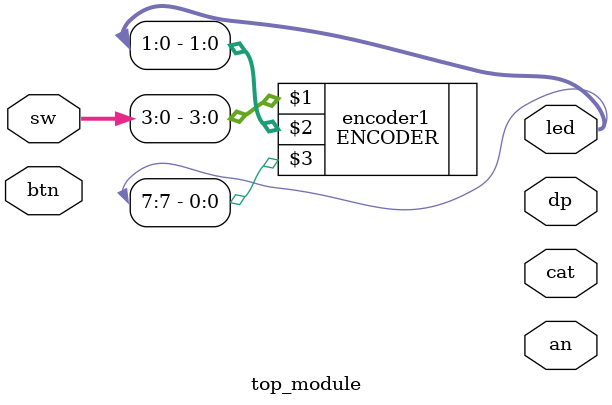
<source format=v>
`timescale 1ns / 1ps

module top_module(
    input [7:0] sw,
    input [3:0] btn,
    output  [7:0] led,
    output  [6:0] cat,
    output  [3:0] an,
    output  dp
    );
    
    //top module for decoder
    
    
//    assign an = 4'b1110;
//    wire [15:0] temp;
//    assign dp = temp[15];
//    assign cat = temp[14:8];
//    assign led = temp[7:0];
    
//    DECODER decoder1(sw[3:0],temp);
    
    
    
    //top module for priority encoder
    
    ENCODER encoder1(sw[3:0],led[1:0],led[7]);
    
    //top module for mux
    
    //MUX mux_top(.D(sw[3:0]), .S(btn[1:0]), .O(led[0]));
    
    //top module for demux
    
    //DEMUX demux_top(.D(sw[0]), .S(btn[1:0]), .O(led[3:0]));
    
    
endmodule


</source>
